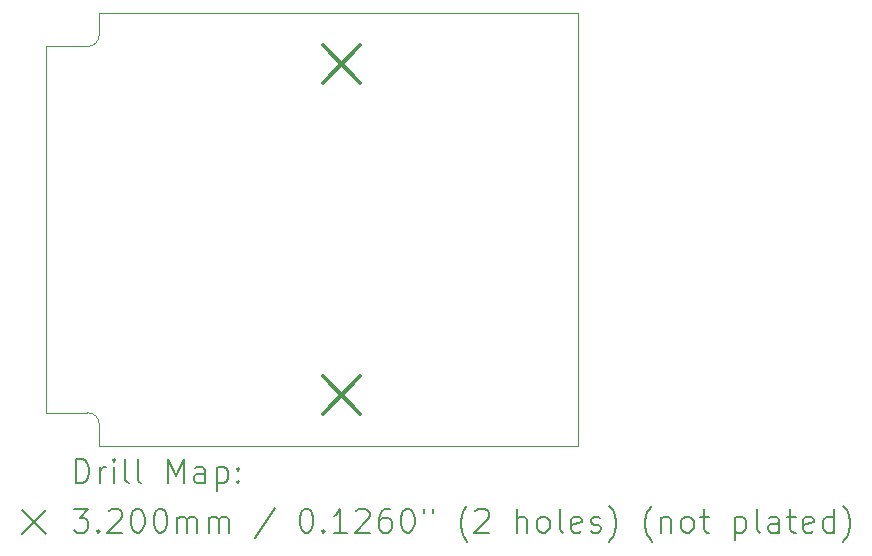
<source format=gbr>
%TF.GenerationSoftware,KiCad,Pcbnew,(6.0.7)*%
%TF.CreationDate,2022-10-27T11:46:34+02:00*%
%TF.ProjectId,Steuerung,53746575-6572-4756-9e67-2e6b69636164,rev?*%
%TF.SameCoordinates,Original*%
%TF.FileFunction,Drillmap*%
%TF.FilePolarity,Positive*%
%FSLAX45Y45*%
G04 Gerber Fmt 4.5, Leading zero omitted, Abs format (unit mm)*
G04 Created by KiCad (PCBNEW (6.0.7)) date 2022-10-27 11:46:34*
%MOMM*%
%LPD*%
G01*
G04 APERTURE LIST*
%ADD10C,0.100000*%
%ADD11C,0.200000*%
%ADD12C,0.320000*%
G04 APERTURE END LIST*
D10*
X15250000Y-10800000D02*
G75*
G03*
X15150000Y-10700000I-100000J0D01*
G01*
X19300000Y-10980000D02*
X19300000Y-7320000D01*
X14800000Y-10700000D02*
X15150000Y-10700000D01*
X15250000Y-7500000D02*
X15250000Y-7320000D01*
X15250000Y-7320000D02*
X19300000Y-7320000D01*
X15150000Y-7600000D02*
G75*
G03*
X15250000Y-7500000I0J100000D01*
G01*
X15150000Y-7600000D02*
X14800000Y-7600000D01*
X15250000Y-10980000D02*
X19300000Y-10980000D01*
X15250000Y-10800000D02*
X15250000Y-10980000D01*
X14800000Y-10700000D02*
X14800000Y-7600000D01*
D11*
D12*
X17140000Y-7590000D02*
X17460000Y-7910000D01*
X17460000Y-7590000D02*
X17140000Y-7910000D01*
X17140000Y-10390000D02*
X17460000Y-10710000D01*
X17460000Y-10390000D02*
X17140000Y-10710000D01*
D11*
X15052619Y-11295476D02*
X15052619Y-11095476D01*
X15100238Y-11095476D01*
X15128809Y-11105000D01*
X15147857Y-11124048D01*
X15157381Y-11143095D01*
X15166905Y-11181190D01*
X15166905Y-11209762D01*
X15157381Y-11247857D01*
X15147857Y-11266905D01*
X15128809Y-11285952D01*
X15100238Y-11295476D01*
X15052619Y-11295476D01*
X15252619Y-11295476D02*
X15252619Y-11162143D01*
X15252619Y-11200238D02*
X15262143Y-11181190D01*
X15271667Y-11171667D01*
X15290714Y-11162143D01*
X15309762Y-11162143D01*
X15376428Y-11295476D02*
X15376428Y-11162143D01*
X15376428Y-11095476D02*
X15366905Y-11105000D01*
X15376428Y-11114524D01*
X15385952Y-11105000D01*
X15376428Y-11095476D01*
X15376428Y-11114524D01*
X15500238Y-11295476D02*
X15481190Y-11285952D01*
X15471667Y-11266905D01*
X15471667Y-11095476D01*
X15605000Y-11295476D02*
X15585952Y-11285952D01*
X15576428Y-11266905D01*
X15576428Y-11095476D01*
X15833571Y-11295476D02*
X15833571Y-11095476D01*
X15900238Y-11238333D01*
X15966905Y-11095476D01*
X15966905Y-11295476D01*
X16147857Y-11295476D02*
X16147857Y-11190714D01*
X16138333Y-11171667D01*
X16119286Y-11162143D01*
X16081190Y-11162143D01*
X16062143Y-11171667D01*
X16147857Y-11285952D02*
X16128809Y-11295476D01*
X16081190Y-11295476D01*
X16062143Y-11285952D01*
X16052619Y-11266905D01*
X16052619Y-11247857D01*
X16062143Y-11228809D01*
X16081190Y-11219286D01*
X16128809Y-11219286D01*
X16147857Y-11209762D01*
X16243095Y-11162143D02*
X16243095Y-11362143D01*
X16243095Y-11171667D02*
X16262143Y-11162143D01*
X16300238Y-11162143D01*
X16319286Y-11171667D01*
X16328809Y-11181190D01*
X16338333Y-11200238D01*
X16338333Y-11257381D01*
X16328809Y-11276428D01*
X16319286Y-11285952D01*
X16300238Y-11295476D01*
X16262143Y-11295476D01*
X16243095Y-11285952D01*
X16424048Y-11276428D02*
X16433571Y-11285952D01*
X16424048Y-11295476D01*
X16414524Y-11285952D01*
X16424048Y-11276428D01*
X16424048Y-11295476D01*
X16424048Y-11171667D02*
X16433571Y-11181190D01*
X16424048Y-11190714D01*
X16414524Y-11181190D01*
X16424048Y-11171667D01*
X16424048Y-11190714D01*
X14595000Y-11525000D02*
X14795000Y-11725000D01*
X14795000Y-11525000D02*
X14595000Y-11725000D01*
X15033571Y-11515476D02*
X15157381Y-11515476D01*
X15090714Y-11591667D01*
X15119286Y-11591667D01*
X15138333Y-11601190D01*
X15147857Y-11610714D01*
X15157381Y-11629762D01*
X15157381Y-11677381D01*
X15147857Y-11696428D01*
X15138333Y-11705952D01*
X15119286Y-11715476D01*
X15062143Y-11715476D01*
X15043095Y-11705952D01*
X15033571Y-11696428D01*
X15243095Y-11696428D02*
X15252619Y-11705952D01*
X15243095Y-11715476D01*
X15233571Y-11705952D01*
X15243095Y-11696428D01*
X15243095Y-11715476D01*
X15328809Y-11534524D02*
X15338333Y-11525000D01*
X15357381Y-11515476D01*
X15405000Y-11515476D01*
X15424048Y-11525000D01*
X15433571Y-11534524D01*
X15443095Y-11553571D01*
X15443095Y-11572619D01*
X15433571Y-11601190D01*
X15319286Y-11715476D01*
X15443095Y-11715476D01*
X15566905Y-11515476D02*
X15585952Y-11515476D01*
X15605000Y-11525000D01*
X15614524Y-11534524D01*
X15624048Y-11553571D01*
X15633571Y-11591667D01*
X15633571Y-11639286D01*
X15624048Y-11677381D01*
X15614524Y-11696428D01*
X15605000Y-11705952D01*
X15585952Y-11715476D01*
X15566905Y-11715476D01*
X15547857Y-11705952D01*
X15538333Y-11696428D01*
X15528809Y-11677381D01*
X15519286Y-11639286D01*
X15519286Y-11591667D01*
X15528809Y-11553571D01*
X15538333Y-11534524D01*
X15547857Y-11525000D01*
X15566905Y-11515476D01*
X15757381Y-11515476D02*
X15776428Y-11515476D01*
X15795476Y-11525000D01*
X15805000Y-11534524D01*
X15814524Y-11553571D01*
X15824048Y-11591667D01*
X15824048Y-11639286D01*
X15814524Y-11677381D01*
X15805000Y-11696428D01*
X15795476Y-11705952D01*
X15776428Y-11715476D01*
X15757381Y-11715476D01*
X15738333Y-11705952D01*
X15728809Y-11696428D01*
X15719286Y-11677381D01*
X15709762Y-11639286D01*
X15709762Y-11591667D01*
X15719286Y-11553571D01*
X15728809Y-11534524D01*
X15738333Y-11525000D01*
X15757381Y-11515476D01*
X15909762Y-11715476D02*
X15909762Y-11582143D01*
X15909762Y-11601190D02*
X15919286Y-11591667D01*
X15938333Y-11582143D01*
X15966905Y-11582143D01*
X15985952Y-11591667D01*
X15995476Y-11610714D01*
X15995476Y-11715476D01*
X15995476Y-11610714D02*
X16005000Y-11591667D01*
X16024048Y-11582143D01*
X16052619Y-11582143D01*
X16071667Y-11591667D01*
X16081190Y-11610714D01*
X16081190Y-11715476D01*
X16176428Y-11715476D02*
X16176428Y-11582143D01*
X16176428Y-11601190D02*
X16185952Y-11591667D01*
X16205000Y-11582143D01*
X16233571Y-11582143D01*
X16252619Y-11591667D01*
X16262143Y-11610714D01*
X16262143Y-11715476D01*
X16262143Y-11610714D02*
X16271667Y-11591667D01*
X16290714Y-11582143D01*
X16319286Y-11582143D01*
X16338333Y-11591667D01*
X16347857Y-11610714D01*
X16347857Y-11715476D01*
X16738333Y-11505952D02*
X16566905Y-11763095D01*
X16995476Y-11515476D02*
X17014524Y-11515476D01*
X17033571Y-11525000D01*
X17043095Y-11534524D01*
X17052619Y-11553571D01*
X17062143Y-11591667D01*
X17062143Y-11639286D01*
X17052619Y-11677381D01*
X17043095Y-11696428D01*
X17033571Y-11705952D01*
X17014524Y-11715476D01*
X16995476Y-11715476D01*
X16976429Y-11705952D01*
X16966905Y-11696428D01*
X16957381Y-11677381D01*
X16947857Y-11639286D01*
X16947857Y-11591667D01*
X16957381Y-11553571D01*
X16966905Y-11534524D01*
X16976429Y-11525000D01*
X16995476Y-11515476D01*
X17147857Y-11696428D02*
X17157381Y-11705952D01*
X17147857Y-11715476D01*
X17138333Y-11705952D01*
X17147857Y-11696428D01*
X17147857Y-11715476D01*
X17347857Y-11715476D02*
X17233571Y-11715476D01*
X17290714Y-11715476D02*
X17290714Y-11515476D01*
X17271667Y-11544048D01*
X17252619Y-11563095D01*
X17233571Y-11572619D01*
X17424048Y-11534524D02*
X17433571Y-11525000D01*
X17452619Y-11515476D01*
X17500238Y-11515476D01*
X17519286Y-11525000D01*
X17528810Y-11534524D01*
X17538333Y-11553571D01*
X17538333Y-11572619D01*
X17528810Y-11601190D01*
X17414524Y-11715476D01*
X17538333Y-11715476D01*
X17709762Y-11515476D02*
X17671667Y-11515476D01*
X17652619Y-11525000D01*
X17643095Y-11534524D01*
X17624048Y-11563095D01*
X17614524Y-11601190D01*
X17614524Y-11677381D01*
X17624048Y-11696428D01*
X17633571Y-11705952D01*
X17652619Y-11715476D01*
X17690714Y-11715476D01*
X17709762Y-11705952D01*
X17719286Y-11696428D01*
X17728810Y-11677381D01*
X17728810Y-11629762D01*
X17719286Y-11610714D01*
X17709762Y-11601190D01*
X17690714Y-11591667D01*
X17652619Y-11591667D01*
X17633571Y-11601190D01*
X17624048Y-11610714D01*
X17614524Y-11629762D01*
X17852619Y-11515476D02*
X17871667Y-11515476D01*
X17890714Y-11525000D01*
X17900238Y-11534524D01*
X17909762Y-11553571D01*
X17919286Y-11591667D01*
X17919286Y-11639286D01*
X17909762Y-11677381D01*
X17900238Y-11696428D01*
X17890714Y-11705952D01*
X17871667Y-11715476D01*
X17852619Y-11715476D01*
X17833571Y-11705952D01*
X17824048Y-11696428D01*
X17814524Y-11677381D01*
X17805000Y-11639286D01*
X17805000Y-11591667D01*
X17814524Y-11553571D01*
X17824048Y-11534524D01*
X17833571Y-11525000D01*
X17852619Y-11515476D01*
X17995476Y-11515476D02*
X17995476Y-11553571D01*
X18071667Y-11515476D02*
X18071667Y-11553571D01*
X18366905Y-11791667D02*
X18357381Y-11782143D01*
X18338333Y-11753571D01*
X18328810Y-11734524D01*
X18319286Y-11705952D01*
X18309762Y-11658333D01*
X18309762Y-11620238D01*
X18319286Y-11572619D01*
X18328810Y-11544048D01*
X18338333Y-11525000D01*
X18357381Y-11496428D01*
X18366905Y-11486905D01*
X18433571Y-11534524D02*
X18443095Y-11525000D01*
X18462143Y-11515476D01*
X18509762Y-11515476D01*
X18528810Y-11525000D01*
X18538333Y-11534524D01*
X18547857Y-11553571D01*
X18547857Y-11572619D01*
X18538333Y-11601190D01*
X18424048Y-11715476D01*
X18547857Y-11715476D01*
X18785952Y-11715476D02*
X18785952Y-11515476D01*
X18871667Y-11715476D02*
X18871667Y-11610714D01*
X18862143Y-11591667D01*
X18843095Y-11582143D01*
X18814524Y-11582143D01*
X18795476Y-11591667D01*
X18785952Y-11601190D01*
X18995476Y-11715476D02*
X18976429Y-11705952D01*
X18966905Y-11696428D01*
X18957381Y-11677381D01*
X18957381Y-11620238D01*
X18966905Y-11601190D01*
X18976429Y-11591667D01*
X18995476Y-11582143D01*
X19024048Y-11582143D01*
X19043095Y-11591667D01*
X19052619Y-11601190D01*
X19062143Y-11620238D01*
X19062143Y-11677381D01*
X19052619Y-11696428D01*
X19043095Y-11705952D01*
X19024048Y-11715476D01*
X18995476Y-11715476D01*
X19176429Y-11715476D02*
X19157381Y-11705952D01*
X19147857Y-11686905D01*
X19147857Y-11515476D01*
X19328810Y-11705952D02*
X19309762Y-11715476D01*
X19271667Y-11715476D01*
X19252619Y-11705952D01*
X19243095Y-11686905D01*
X19243095Y-11610714D01*
X19252619Y-11591667D01*
X19271667Y-11582143D01*
X19309762Y-11582143D01*
X19328810Y-11591667D01*
X19338333Y-11610714D01*
X19338333Y-11629762D01*
X19243095Y-11648809D01*
X19414524Y-11705952D02*
X19433571Y-11715476D01*
X19471667Y-11715476D01*
X19490714Y-11705952D01*
X19500238Y-11686905D01*
X19500238Y-11677381D01*
X19490714Y-11658333D01*
X19471667Y-11648809D01*
X19443095Y-11648809D01*
X19424048Y-11639286D01*
X19414524Y-11620238D01*
X19414524Y-11610714D01*
X19424048Y-11591667D01*
X19443095Y-11582143D01*
X19471667Y-11582143D01*
X19490714Y-11591667D01*
X19566905Y-11791667D02*
X19576429Y-11782143D01*
X19595476Y-11753571D01*
X19605000Y-11734524D01*
X19614524Y-11705952D01*
X19624048Y-11658333D01*
X19624048Y-11620238D01*
X19614524Y-11572619D01*
X19605000Y-11544048D01*
X19595476Y-11525000D01*
X19576429Y-11496428D01*
X19566905Y-11486905D01*
X19928810Y-11791667D02*
X19919286Y-11782143D01*
X19900238Y-11753571D01*
X19890714Y-11734524D01*
X19881190Y-11705952D01*
X19871667Y-11658333D01*
X19871667Y-11620238D01*
X19881190Y-11572619D01*
X19890714Y-11544048D01*
X19900238Y-11525000D01*
X19919286Y-11496428D01*
X19928810Y-11486905D01*
X20005000Y-11582143D02*
X20005000Y-11715476D01*
X20005000Y-11601190D02*
X20014524Y-11591667D01*
X20033571Y-11582143D01*
X20062143Y-11582143D01*
X20081190Y-11591667D01*
X20090714Y-11610714D01*
X20090714Y-11715476D01*
X20214524Y-11715476D02*
X20195476Y-11705952D01*
X20185952Y-11696428D01*
X20176429Y-11677381D01*
X20176429Y-11620238D01*
X20185952Y-11601190D01*
X20195476Y-11591667D01*
X20214524Y-11582143D01*
X20243095Y-11582143D01*
X20262143Y-11591667D01*
X20271667Y-11601190D01*
X20281190Y-11620238D01*
X20281190Y-11677381D01*
X20271667Y-11696428D01*
X20262143Y-11705952D01*
X20243095Y-11715476D01*
X20214524Y-11715476D01*
X20338333Y-11582143D02*
X20414524Y-11582143D01*
X20366905Y-11515476D02*
X20366905Y-11686905D01*
X20376429Y-11705952D01*
X20395476Y-11715476D01*
X20414524Y-11715476D01*
X20633571Y-11582143D02*
X20633571Y-11782143D01*
X20633571Y-11591667D02*
X20652619Y-11582143D01*
X20690714Y-11582143D01*
X20709762Y-11591667D01*
X20719286Y-11601190D01*
X20728810Y-11620238D01*
X20728810Y-11677381D01*
X20719286Y-11696428D01*
X20709762Y-11705952D01*
X20690714Y-11715476D01*
X20652619Y-11715476D01*
X20633571Y-11705952D01*
X20843095Y-11715476D02*
X20824048Y-11705952D01*
X20814524Y-11686905D01*
X20814524Y-11515476D01*
X21005000Y-11715476D02*
X21005000Y-11610714D01*
X20995476Y-11591667D01*
X20976429Y-11582143D01*
X20938333Y-11582143D01*
X20919286Y-11591667D01*
X21005000Y-11705952D02*
X20985952Y-11715476D01*
X20938333Y-11715476D01*
X20919286Y-11705952D01*
X20909762Y-11686905D01*
X20909762Y-11667857D01*
X20919286Y-11648809D01*
X20938333Y-11639286D01*
X20985952Y-11639286D01*
X21005000Y-11629762D01*
X21071667Y-11582143D02*
X21147857Y-11582143D01*
X21100238Y-11515476D02*
X21100238Y-11686905D01*
X21109762Y-11705952D01*
X21128810Y-11715476D01*
X21147857Y-11715476D01*
X21290714Y-11705952D02*
X21271667Y-11715476D01*
X21233571Y-11715476D01*
X21214524Y-11705952D01*
X21205000Y-11686905D01*
X21205000Y-11610714D01*
X21214524Y-11591667D01*
X21233571Y-11582143D01*
X21271667Y-11582143D01*
X21290714Y-11591667D01*
X21300238Y-11610714D01*
X21300238Y-11629762D01*
X21205000Y-11648809D01*
X21471667Y-11715476D02*
X21471667Y-11515476D01*
X21471667Y-11705952D02*
X21452619Y-11715476D01*
X21414524Y-11715476D01*
X21395476Y-11705952D01*
X21385952Y-11696428D01*
X21376429Y-11677381D01*
X21376429Y-11620238D01*
X21385952Y-11601190D01*
X21395476Y-11591667D01*
X21414524Y-11582143D01*
X21452619Y-11582143D01*
X21471667Y-11591667D01*
X21547857Y-11791667D02*
X21557381Y-11782143D01*
X21576429Y-11753571D01*
X21585952Y-11734524D01*
X21595476Y-11705952D01*
X21605000Y-11658333D01*
X21605000Y-11620238D01*
X21595476Y-11572619D01*
X21585952Y-11544048D01*
X21576429Y-11525000D01*
X21557381Y-11496428D01*
X21547857Y-11486905D01*
M02*

</source>
